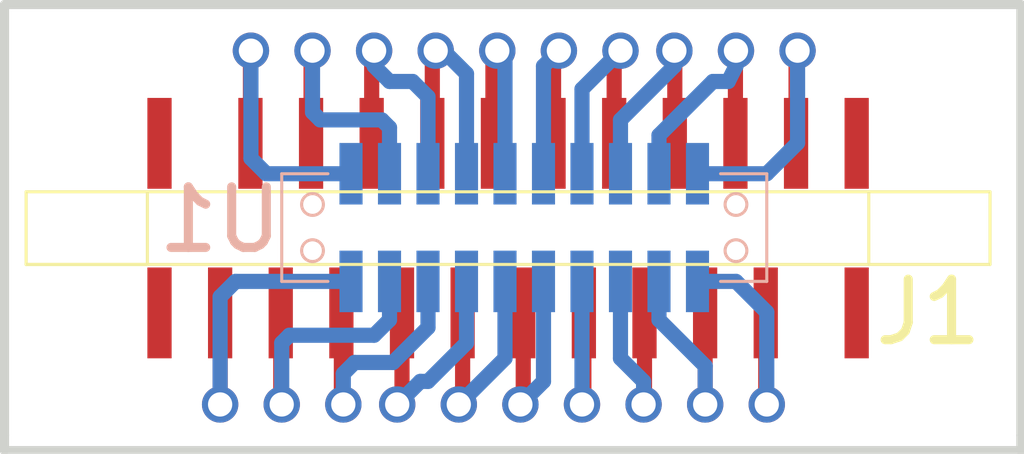
<source format=kicad_pcb>
(kicad_pcb (version 20171130) (host pcbnew "(5.1.6-0-10_14)")

  (general
    (thickness 1.6)
    (drawings 6)
    (tracks 123)
    (zones 0)
    (modules 2)
    (nets 25)
  )

  (page A4)
  (title_block
    (company "Universidade Federal de Minas Gerais")
    (comment 2 "Márcio Flávio Dutra Moraes")
    (comment 3 "Paulo Aparecido Amaral Júnior")
    (comment 4 "Flávio Afonso Gonçalves Mourão")
  )

  (layers
    (0 F.Cu signal)
    (31 B.Cu signal)
    (32 B.Adhes user)
    (33 F.Adhes user)
    (34 B.Paste user)
    (35 F.Paste user)
    (36 B.SilkS user)
    (37 F.SilkS user)
    (38 B.Mask user)
    (39 F.Mask user)
    (40 Dwgs.User user hide)
    (41 Cmts.User user)
    (42 Eco1.User user)
    (43 Eco2.User user)
    (44 Edge.Cuts user)
    (45 Margin user)
    (46 B.CrtYd user hide)
    (47 F.CrtYd user hide)
    (48 B.Fab user)
    (49 F.Fab user hide)
  )

  (setup
    (last_trace_width 0.25)
    (trace_clearance 0.2)
    (zone_clearance 0.508)
    (zone_45_only no)
    (trace_min 0.2)
    (via_size 0.6)
    (via_drill 0.4)
    (via_min_size 0.4)
    (via_min_drill 0.3)
    (uvia_size 0.3)
    (uvia_drill 0.1)
    (uvias_allowed no)
    (uvia_min_size 0.2)
    (uvia_min_drill 0.1)
    (edge_width 0.15)
    (segment_width 0.2)
    (pcb_text_width 0.3)
    (pcb_text_size 1.5 1.5)
    (mod_edge_width 0.15)
    (mod_text_size 1 1)
    (mod_text_width 0.15)
    (pad_size 1.524 1.524)
    (pad_drill 0.762)
    (pad_to_mask_clearance 0.2)
    (aux_axis_origin 0 0)
    (visible_elements 7FFFFFFF)
    (pcbplotparams
      (layerselection 0x010f0_80000001)
      (usegerberextensions false)
      (usegerberattributes true)
      (usegerberadvancedattributes true)
      (creategerberjobfile true)
      (excludeedgelayer true)
      (linewidth 0.100000)
      (plotframeref false)
      (viasonmask false)
      (mode 1)
      (useauxorigin false)
      (hpglpennumber 1)
      (hpglpenspeed 20)
      (hpglpendiameter 15.000000)
      (psnegative false)
      (psa4output false)
      (plotreference true)
      (plotvalue true)
      (plotinvisibletext false)
      (padsonsilk false)
      (subtractmaskfromsilk false)
      (outputformat 1)
      (mirror false)
      (drillshape 0)
      (scaleselection 1)
      (outputdirectory "../../Arquivos Stick - Segunda Leva/Placa 1 - Interface/PDF/"))
  )

  (net 0 "")
  (net 1 "Net-(J1-Pad42)")
  (net 2 "Net-(J1-Pad43)")
  (net 3 "Net-(J1-Pad41)")
  (net 4 /1)
  (net 5 /3)
  (net 6 /5)
  (net 7 /7)
  (net 8 /9)
  (net 9 /11)
  (net 10 /13)
  (net 11 /15)
  (net 12 /17)
  (net 13 /19)
  (net 14 /2)
  (net 15 /4)
  (net 16 /6)
  (net 17 /8)
  (net 18 /10)
  (net 19 /12)
  (net 20 /14)
  (net 21 /16)
  (net 22 /18)
  (net 23 /20)
  (net 24 "Net-(J1-Pad40)")

  (net_class Default "This is the default net class."
    (clearance 0.2)
    (trace_width 0.25)
    (via_dia 0.6)
    (via_drill 0.4)
    (uvia_dia 0.3)
    (uvia_drill 0.1)
    (add_net /1)
    (add_net /10)
    (add_net /11)
    (add_net /12)
    (add_net /13)
    (add_net /14)
    (add_net /15)
    (add_net /16)
    (add_net /17)
    (add_net /18)
    (add_net /19)
    (add_net /2)
    (add_net /20)
    (add_net /3)
    (add_net /4)
    (add_net /5)
    (add_net /6)
    (add_net /7)
    (add_net /8)
    (add_net /9)
    (add_net "Net-(J1-Pad40)")
    (add_net "Net-(J1-Pad41)")
    (add_net "Net-(J1-Pad42)")
    (add_net "Net-(J1-Pad43)")
  )

  (module NNClib:FFCfemale20 (layer F.Cu) (tedit 5B3B6AB1) (tstamp 5B2D72B6)
    (at 158.242 124.968)
    (path /5B2BEBE2)
    (fp_text reference J1 (at 11.684 -0.762) (layer F.SilkS)
      (effects (font (size 1 1) (thickness 0.15)))
    )
    (fp_text value FFCfemale20 (at -14.478 -2.286) (layer Dwgs.User)
      (effects (font (size 1 1) (thickness 0.15)))
    )
    (fp_line (start 10.7 -2.75) (end 10.7 -1.55) (layer F.SilkS) (width 0.0508))
    (fp_line (start -1.2 -2.75) (end 10.7 -2.75) (layer F.SilkS) (width 0.0508))
    (fp_line (start -1.2 -1.55) (end -1.2 -2.75) (layer F.SilkS) (width 0.0508))
    (fp_line (start 10.7 -1.55) (end -1.2 -1.55) (layer F.SilkS) (width 0.0508))
    (fp_line (start -3.2 -1.55) (end -1.2 -1.55) (layer F.SilkS) (width 0.0508))
    (fp_line (start -1.2 -1.55) (end -3.2 -1.55) (layer F.SilkS) (width 0.0508))
    (fp_line (start -3.2 -2.75) (end -3.2 -1.55) (layer F.SilkS) (width 0.0508))
    (fp_line (start -1.2 -2.75) (end -3.2 -2.75) (layer F.SilkS) (width 0.0508))
    (fp_line (start 10.7 -2.75) (end 12.7 -2.75) (layer F.SilkS) (width 0.0508))
    (fp_line (start 12.7 -1.55) (end 12.7 -2.75) (layer F.SilkS) (width 0.0508))
    (fp_line (start 10.7 -1.55) (end 12.7 -1.55) (layer F.SilkS) (width 0.0508))
    (pad 42 smd rect (at 10.5 -0.75) (size 0.4 1.5) (layers F.Cu F.Paste F.Mask)
      (net 1 "Net-(J1-Pad42)"))
    (pad 43 smd rect (at 10.5 -3.55) (size 0.4 1.5) (layers F.Cu F.Paste F.Mask)
      (net 2 "Net-(J1-Pad43)"))
    (pad 41 smd rect (at -1 -3.55) (size 0.4 1.5) (layers F.Cu F.Paste F.Mask)
      (net 3 "Net-(J1-Pad41)"))
    (pad 1 smd rect (at 0 -0.75 180) (size 0.4 1.5) (layers F.Cu F.Paste F.Mask)
      (net 4 /1))
    (pad 3 smd rect (at 1 -0.75 180) (size 0.4 1.5) (layers F.Cu F.Paste F.Mask)
      (net 5 /3))
    (pad 5 smd rect (at 2 -0.75 180) (size 0.4 1.5) (layers F.Cu F.Paste F.Mask)
      (net 6 /5))
    (pad 7 smd rect (at 3 -0.75 180) (size 0.4 1.5) (layers F.Cu F.Paste F.Mask)
      (net 7 /7))
    (pad 9 smd rect (at 4 -0.75 180) (size 0.4 1.5) (layers F.Cu F.Paste F.Mask)
      (net 8 /9))
    (pad 11 smd rect (at 5 -0.75 180) (size 0.4 1.5) (layers F.Cu F.Paste F.Mask)
      (net 9 /11))
    (pad 13 smd rect (at 6 -0.75 180) (size 0.4 1.5) (layers F.Cu F.Paste F.Mask)
      (net 10 /13))
    (pad 15 smd rect (at 7 -0.75 180) (size 0.4 1.5) (layers F.Cu F.Paste F.Mask)
      (net 11 /15))
    (pad 17 smd rect (at 8 -0.75 180) (size 0.4 1.5) (layers F.Cu F.Paste F.Mask)
      (net 12 /17))
    (pad 19 smd rect (at 9 -0.75 180) (size 0.4 1.5) (layers F.Cu F.Paste F.Mask)
      (net 13 /19))
    (pad 2 smd rect (at 0.5 -3.55 180) (size 0.4 1.5) (layers F.Cu F.Paste F.Mask)
      (net 14 /2))
    (pad 4 smd rect (at 1.5 -3.55 180) (size 0.4 1.5) (layers F.Cu F.Paste F.Mask)
      (net 15 /4))
    (pad 6 smd rect (at 2.5 -3.55 180) (size 0.4 1.5) (layers F.Cu F.Paste F.Mask)
      (net 16 /6))
    (pad 8 smd rect (at 3.5 -3.55 180) (size 0.4 1.5) (layers F.Cu F.Paste F.Mask)
      (net 17 /8))
    (pad 10 smd rect (at 4.5 -3.55 180) (size 0.4 1.5) (layers F.Cu F.Paste F.Mask)
      (net 18 /10))
    (pad 12 smd rect (at 5.5 -3.55 180) (size 0.4 1.5) (layers F.Cu F.Paste F.Mask)
      (net 19 /12))
    (pad 14 smd rect (at 6.5 -3.55 180) (size 0.4 1.5) (layers F.Cu F.Paste F.Mask)
      (net 20 /14))
    (pad 16 smd rect (at 7.5 -3.55 180) (size 0.4 1.5) (layers F.Cu F.Paste F.Mask)
      (net 21 /16))
    (pad 18 smd rect (at 8.5 -3.55 180) (size 0.4 1.5) (layers F.Cu F.Paste F.Mask)
      (net 22 /18))
    (pad 20 smd rect (at 9.5 -3.55 180) (size 0.4 1.5) (layers F.Cu F.Paste F.Mask)
      (net 23 /20))
    (pad 40 smd rect (at -1 -0.75) (size 0.4 1.5) (layers F.Cu F.Paste F.Mask)
      (net 24 "Net-(J1-Pad40)"))
  )

  (module NNClib:Omn_A79041 (layer B.Cu) (tedit 5B3B6AB0) (tstamp 5B2D72CE)
    (at 160.401 121.412)
    (path /5B2D3B91)
    (fp_text reference U1 (at -2.159 1.27) (layer B.SilkS)
      (effects (font (size 1 1) (thickness 0.15)) (justify mirror))
    )
    (fp_text value Omn_A79041-001 (at -15.875 3.556) (layer Dwgs.User)
      (effects (font (size 1 1) (thickness 0.15)))
    )
    (fp_circle (center -0.635 1.016) (end -0.508 0.889) (layer B.SilkS) (width 0.0508))
    (fp_circle (center -0.635 1.778) (end -0.508 1.651) (layer B.SilkS) (width 0.0508))
    (fp_circle (center 6.35 1.778) (end 6.477 1.651) (layer B.SilkS) (width 0.0508))
    (fp_circle (center 6.35 1.016) (end 6.477 0.889) (layer B.SilkS) (width 0.0508))
    (fp_line (start 6.858 0.508) (end 6.858 2.286) (layer B.SilkS) (width 0.0508))
    (fp_line (start -1.143 2.286) (end -1.143 0.508) (layer B.SilkS) (width 0.0508))
    (fp_line (start -1.143 0.508) (end -0.381 0.508) (layer B.SilkS) (width 0.0508))
    (fp_line (start -1.143 2.286) (end -0.381 2.286) (layer B.SilkS) (width 0.0508))
    (fp_line (start 6.858 2.286) (end 6.096 2.286) (layer B.SilkS) (width 0.0508))
    (fp_line (start 6.858 0.508) (end 6.096 0.508) (layer B.SilkS) (width 0.0508))
    (pad 20 smd rect (at 5.715 2.286 180) (size 0.381 1.016) (layers B.Cu B.Paste B.Mask)
      (net 13 /19))
    (pad 18 smd rect (at 5.08 2.286 180) (size 0.381 1.016) (layers B.Cu B.Paste B.Mask)
      (net 12 /17))
    (pad 16 smd rect (at 4.445 2.286 180) (size 0.381 1.016) (layers B.Cu B.Paste B.Mask)
      (net 11 /15))
    (pad 14 smd rect (at 3.81 2.286 180) (size 0.381 1.016) (layers B.Cu B.Paste B.Mask)
      (net 10 /13))
    (pad 12 smd rect (at 3.175 2.286 180) (size 0.381 1.016) (layers B.Cu B.Paste B.Mask)
      (net 9 /11))
    (pad 10 smd rect (at 2.54 2.286 180) (size 0.381 1.016) (layers B.Cu B.Paste B.Mask)
      (net 8 /9))
    (pad 8 smd rect (at 1.905 2.286 180) (size 0.381 1.016) (layers B.Cu B.Paste B.Mask)
      (net 7 /7))
    (pad 6 smd rect (at 1.27 2.286 180) (size 0.381 1.016) (layers B.Cu B.Paste B.Mask)
      (net 6 /5))
    (pad 4 smd rect (at 0.635 2.286 180) (size 0.381 1.016) (layers B.Cu B.Paste B.Mask)
      (net 5 /3))
    (pad 2 smd rect (at 0 2.286 180) (size 0.381 1.016) (layers B.Cu B.Paste B.Mask)
      (net 4 /1))
    (pad 1 smd rect (at 0 0.508 180) (size 0.381 1.016) (layers B.Cu B.Paste B.Mask)
      (net 14 /2))
    (pad 3 smd rect (at 0.635 0.508 180) (size 0.381 1.016) (layers B.Cu B.Paste B.Mask)
      (net 15 /4))
    (pad 5 smd rect (at 1.27 0.508 180) (size 0.381 1.016) (layers B.Cu B.Paste B.Mask)
      (net 16 /6))
    (pad 7 smd rect (at 1.905 0.508 180) (size 0.381 1.016) (layers B.Cu B.Paste B.Mask)
      (net 17 /8))
    (pad 9 smd rect (at 2.54 0.508 180) (size 0.381 1.016) (layers B.Cu B.Paste B.Mask)
      (net 18 /10))
    (pad 11 smd rect (at 3.175 0.508 180) (size 0.381 1.016) (layers B.Cu B.Paste B.Mask)
      (net 19 /12))
    (pad 13 smd rect (at 3.81 0.508 180) (size 0.381 1.016) (layers B.Cu B.Paste B.Mask)
      (net 20 /14))
    (pad 15 smd rect (at 4.445 0.508 180) (size 0.381 1.016) (layers B.Cu B.Paste B.Mask)
      (net 21 /16))
    (pad 17 smd rect (at 5.08 0.508 180) (size 0.381 1.016) (layers B.Cu B.Paste B.Mask)
      (net 22 /18))
    (pad 19 smd rect (at 5.715 0.508 180) (size 0.381 1.016) (layers B.Cu B.Paste B.Mask)
      (net 23 /20))
    (model "/Library/Application Support/kicad/packages3d/nnclib.3dshapes/Omn_A79026_001.wrl"
      (offset (xyz 5.333999919891357 1.269999980926514 2.666999959945679))
      (scale (xyz 0.39 0.39 0.39))
      (rotate (xyz 0 0 0))
    )
  )

  (gr_line (start 171.45 126.492) (end 171.45 126.238) (angle 90) (layer Edge.Cuts) (width 0.15))
  (gr_line (start 154.686 126.492) (end 171.45 126.492) (angle 90) (layer Edge.Cuts) (width 0.15))
  (gr_line (start 154.686 126.238) (end 154.686 126.492) (angle 90) (layer Edge.Cuts) (width 0.15))
  (gr_line (start 154.686 119.126) (end 154.686 126.238) (angle 90) (layer Edge.Cuts) (width 0.15))
  (gr_line (start 171.45 119.126) (end 154.686 119.126) (angle 90) (layer Edge.Cuts) (width 0.15))
  (gr_line (start 171.45 126.238) (end 171.45 119.126) (angle 90) (layer Edge.Cuts) (width 0.15))

  (segment (start 160.401 123.698) (end 158.496 123.698) (width 0.25) (layer B.Cu) (net 4))
  (segment (start 158.242 125.73) (end 158.242 124.218) (width 0.25) (layer F.Cu) (net 4) (tstamp 5B2D7A1C))
  (via (at 158.242 125.73) (size 0.6) (drill 0.4) (layers F.Cu B.Cu) (net 4))
  (segment (start 158.242 123.952) (end 158.242 125.73) (width 0.25) (layer B.Cu) (net 4) (tstamp 5B2D7A19))
  (segment (start 158.496 123.698) (end 158.242 123.952) (width 0.25) (layer B.Cu) (net 4) (tstamp 5B2D7A18))
  (segment (start 161.036 123.698) (end 161.036 124.333) (width 0.25) (layer B.Cu) (net 5))
  (segment (start 159.242 125.714) (end 159.242 124.218) (width 0.25) (layer F.Cu) (net 5) (tstamp 5B2D7A27))
  (segment (start 159.258 125.73) (end 159.242 125.714) (width 0.25) (layer F.Cu) (net 5) (tstamp 5B2D7A26))
  (via (at 159.258 125.73) (size 0.6) (drill 0.4) (layers F.Cu B.Cu) (net 5))
  (segment (start 159.258 124.714) (end 159.258 125.73) (width 0.25) (layer B.Cu) (net 5) (tstamp 5B2D7A23))
  (segment (start 159.385 124.587) (end 159.258 124.714) (width 0.25) (layer B.Cu) (net 5) (tstamp 5B2D7A22))
  (segment (start 160.782 124.587) (end 159.385 124.587) (width 0.25) (layer B.Cu) (net 5) (tstamp 5B2D7A21))
  (segment (start 161.036 124.333) (end 160.782 124.587) (width 0.25) (layer B.Cu) (net 5) (tstamp 5B2D7A20))
  (segment (start 161.671 123.698) (end 161.671 124.46) (width 0.25) (layer B.Cu) (net 6))
  (segment (start 160.242 125.698) (end 160.242 124.218) (width 0.25) (layer F.Cu) (net 6) (tstamp 5B2D7A36))
  (segment (start 160.274 125.73) (end 160.242 125.698) (width 0.25) (layer F.Cu) (net 6) (tstamp 5B2D7A35))
  (via (at 160.274 125.73) (size 0.6) (drill 0.4) (layers F.Cu B.Cu) (net 6))
  (segment (start 160.274 125.222) (end 160.274 125.73) (width 0.25) (layer B.Cu) (net 6) (tstamp 5B2D7A32))
  (segment (start 160.458998 125.037002) (end 160.274 125.222) (width 0.25) (layer B.Cu) (net 6) (tstamp 5B2D7A31))
  (segment (start 161.093998 125.037002) (end 160.458998 125.037002) (width 0.25) (layer B.Cu) (net 6) (tstamp 5B2D7A30))
  (segment (start 161.671 124.46) (end 161.093998 125.037002) (width 0.25) (layer B.Cu) (net 6) (tstamp 5B2D7A2F))
  (segment (start 162.306 123.698) (end 162.306 124.714) (width 0.25) (layer B.Cu) (net 7))
  (segment (start 161.242 125.651) (end 161.242 124.218) (width 0.25) (layer F.Cu) (net 7) (tstamp 5B2D7A3F))
  (segment (start 161.163 125.73) (end 161.242 125.651) (width 0.25) (layer F.Cu) (net 7) (tstamp 5B2D7A3E))
  (via (at 161.163 125.73) (size 0.6) (drill 0.4) (layers F.Cu B.Cu) (net 7))
  (segment (start 161.544 125.349) (end 161.163 125.73) (width 0.25) (layer B.Cu) (net 7) (tstamp 5B2D7A3B))
  (segment (start 161.671 125.349) (end 161.544 125.349) (width 0.25) (layer B.Cu) (net 7) (tstamp 5B2D7A3A))
  (segment (start 162.306 124.714) (end 161.671 125.349) (width 0.25) (layer B.Cu) (net 7) (tstamp 5B2D7A39))
  (segment (start 162.941 123.698) (end 162.941 124.968) (width 0.25) (layer B.Cu) (net 8))
  (segment (start 162.242 125.667) (end 162.242 124.218) (width 0.25) (layer F.Cu) (net 8) (tstamp 5B2D7A46))
  (segment (start 162.179 125.73) (end 162.242 125.667) (width 0.25) (layer F.Cu) (net 8) (tstamp 5B2D7A45))
  (via (at 162.179 125.73) (size 0.6) (drill 0.4) (layers F.Cu B.Cu) (net 8))
  (segment (start 162.941 124.968) (end 162.179 125.73) (width 0.25) (layer B.Cu) (net 8) (tstamp 5B2D7A42))
  (segment (start 163.576 123.698) (end 163.576 125.349) (width 0.25) (layer B.Cu) (net 9))
  (segment (start 163.242 125.683) (end 163.242 124.218) (width 0.25) (layer F.Cu) (net 9) (tstamp 5B2D7A4D))
  (segment (start 163.195 125.73) (end 163.242 125.683) (width 0.25) (layer F.Cu) (net 9) (tstamp 5B2D7A4C))
  (via (at 163.195 125.73) (size 0.6) (drill 0.4) (layers F.Cu B.Cu) (net 9))
  (segment (start 163.576 125.349) (end 163.195 125.73) (width 0.25) (layer B.Cu) (net 9) (tstamp 5B2D7A49))
  (segment (start 164.211 123.698) (end 164.211 125.73) (width 0.25) (layer B.Cu) (net 10))
  (segment (start 164.242 125.699) (end 164.242 124.218) (width 0.25) (layer F.Cu) (net 10) (tstamp 5B2D7A53))
  (segment (start 164.211 125.73) (end 164.242 125.699) (width 0.25) (layer F.Cu) (net 10) (tstamp 5B2D7A52))
  (via (at 164.211 125.73) (size 0.6) (drill 0.4) (layers F.Cu B.Cu) (net 10))
  (segment (start 164.846 123.698) (end 164.846 124.968) (width 0.25) (layer B.Cu) (net 11))
  (segment (start 165.242 125.715) (end 165.242 124.218) (width 0.25) (layer F.Cu) (net 11) (tstamp 5B2D7A5B))
  (segment (start 165.227 125.73) (end 165.242 125.715) (width 0.25) (layer F.Cu) (net 11) (tstamp 5B2D7A5A))
  (via (at 165.227 125.73) (size 0.6) (drill 0.4) (layers F.Cu B.Cu) (net 11))
  (segment (start 165.227 125.349) (end 165.227 125.73) (width 0.25) (layer B.Cu) (net 11) (tstamp 5B2D7A57))
  (segment (start 164.846 124.968) (end 165.227 125.349) (width 0.25) (layer B.Cu) (net 11) (tstamp 5B2D7A56))
  (segment (start 165.481 123.698) (end 165.481 124.333) (width 0.25) (layer B.Cu) (net 12))
  (segment (start 166.242 125.729) (end 166.242 124.218) (width 0.25) (layer F.Cu) (net 12) (tstamp 5B2D7A63))
  (segment (start 166.243 125.73) (end 166.242 125.729) (width 0.25) (layer F.Cu) (net 12) (tstamp 5B2D7A62))
  (via (at 166.243 125.73) (size 0.6) (drill 0.4) (layers F.Cu B.Cu) (net 12))
  (segment (start 166.243 125.095) (end 166.243 125.73) (width 0.25) (layer B.Cu) (net 12) (tstamp 5B2D7A5F))
  (segment (start 165.481 124.333) (end 166.243 125.095) (width 0.25) (layer B.Cu) (net 12) (tstamp 5B2D7A5E))
  (segment (start 166.116 123.698) (end 166.751 123.698) (width 0.25) (layer B.Cu) (net 13))
  (segment (start 167.242 125.713) (end 167.242 124.218) (width 0.25) (layer F.Cu) (net 13) (tstamp 5B2D7A6B))
  (segment (start 167.259 125.73) (end 167.242 125.713) (width 0.25) (layer F.Cu) (net 13) (tstamp 5B2D7A6A))
  (via (at 167.259 125.73) (size 0.6) (drill 0.4) (layers F.Cu B.Cu) (net 13))
  (segment (start 167.259 124.206) (end 167.259 125.73) (width 0.25) (layer B.Cu) (net 13) (tstamp 5B2D7A67))
  (segment (start 166.751 123.698) (end 167.259 124.206) (width 0.25) (layer B.Cu) (net 13) (tstamp 5B2D7A66))
  (segment (start 160.401 121.92) (end 159.004 121.92) (width 0.25) (layer B.Cu) (net 14))
  (segment (start 158.742 119.896) (end 158.742 121.418) (width 0.25) (layer F.Cu) (net 14) (tstamp 5B2D79A8))
  (segment (start 158.75 119.888) (end 158.742 119.896) (width 0.25) (layer F.Cu) (net 14) (tstamp 5B2D79A7))
  (via (at 158.75 119.888) (size 0.6) (drill 0.4) (layers F.Cu B.Cu) (net 14))
  (segment (start 158.75 121.666) (end 158.75 119.888) (width 0.25) (layer B.Cu) (net 14) (tstamp 5B2D79A4))
  (segment (start 159.004 121.92) (end 158.75 121.666) (width 0.25) (layer B.Cu) (net 14) (tstamp 5B2D79A3))
  (segment (start 161.036 121.92) (end 161.036 121.158) (width 0.25) (layer B.Cu) (net 15))
  (segment (start 159.742 119.912) (end 159.742 121.418) (width 0.25) (layer F.Cu) (net 15) (tstamp 5B2D79B3))
  (segment (start 159.766 119.888) (end 159.742 119.912) (width 0.25) (layer F.Cu) (net 15) (tstamp 5B2D79B2))
  (via (at 159.766 119.888) (size 0.6) (drill 0.4) (layers F.Cu B.Cu) (net 15))
  (segment (start 159.766 120.904) (end 159.766 119.888) (width 0.25) (layer B.Cu) (net 15) (tstamp 5B2D79AF))
  (segment (start 159.893 121.031) (end 159.766 120.904) (width 0.25) (layer B.Cu) (net 15) (tstamp 5B2D79AE))
  (segment (start 160.909 121.031) (end 159.893 121.031) (width 0.25) (layer B.Cu) (net 15) (tstamp 5B2D79AD))
  (segment (start 161.036 121.158) (end 160.909 121.031) (width 0.25) (layer B.Cu) (net 15) (tstamp 5B2D79AC))
  (segment (start 161.671 121.92) (end 161.671 120.65) (width 0.25) (layer B.Cu) (net 16))
  (segment (start 160.742 119.928) (end 160.742 121.418) (width 0.25) (layer F.Cu) (net 16) (tstamp 5B2D79C2))
  (segment (start 160.782 119.888) (end 160.742 119.928) (width 0.25) (layer F.Cu) (net 16) (tstamp 5B2D79C1))
  (via (at 160.782 119.888) (size 0.6) (drill 0.4) (layers F.Cu B.Cu) (net 16))
  (segment (start 160.782 120.142) (end 160.782 119.888) (width 0.25) (layer B.Cu) (net 16) (tstamp 5B2D79BE))
  (segment (start 161.036 120.396) (end 160.782 120.142) (width 0.25) (layer B.Cu) (net 16) (tstamp 5B2D79BD))
  (segment (start 161.417 120.396) (end 161.036 120.396) (width 0.25) (layer B.Cu) (net 16) (tstamp 5B2D79BC))
  (segment (start 161.671 120.65) (end 161.417 120.396) (width 0.25) (layer B.Cu) (net 16) (tstamp 5B2D79BB))
  (segment (start 162.306 121.92) (end 162.306 120.269) (width 0.25) (layer B.Cu) (net 17))
  (segment (start 161.742 119.944) (end 161.742 121.418) (width 0.25) (layer F.Cu) (net 17) (tstamp 5B2D79CA))
  (segment (start 161.798 119.888) (end 161.742 119.944) (width 0.25) (layer F.Cu) (net 17) (tstamp 5B2D79C9))
  (via (at 161.798 119.888) (size 0.6) (drill 0.4) (layers F.Cu B.Cu) (net 17))
  (segment (start 161.925 119.888) (end 161.798 119.888) (width 0.25) (layer B.Cu) (net 17) (tstamp 5B2D79C6))
  (segment (start 162.306 120.269) (end 161.925 119.888) (width 0.25) (layer B.Cu) (net 17) (tstamp 5B2D79C5))
  (segment (start 162.941 121.92) (end 162.941 120.015) (width 0.25) (layer B.Cu) (net 18))
  (segment (start 162.742 119.96) (end 162.742 121.418) (width 0.25) (layer F.Cu) (net 18) (tstamp 5B2D79DB))
  (segment (start 162.814 119.888) (end 162.742 119.96) (width 0.25) (layer F.Cu) (net 18) (tstamp 5B2D79DA))
  (via (at 162.814 119.888) (size 0.6) (drill 0.4) (layers F.Cu B.Cu) (net 18))
  (segment (start 162.941 120.015) (end 162.814 119.888) (width 0.25) (layer B.Cu) (net 18) (tstamp 5B2D79D7))
  (segment (start 163.576 121.92) (end 163.576 120.142) (width 0.25) (layer B.Cu) (net 19))
  (segment (start 163.742 119.976) (end 163.742 121.418) (width 0.25) (layer F.Cu) (net 19) (tstamp 5B2D79E2))
  (segment (start 163.83 119.888) (end 163.742 119.976) (width 0.25) (layer F.Cu) (net 19) (tstamp 5B2D79E1))
  (via (at 163.83 119.888) (size 0.6) (drill 0.4) (layers F.Cu B.Cu) (net 19))
  (segment (start 163.576 120.142) (end 163.83 119.888) (width 0.25) (layer B.Cu) (net 19) (tstamp 5B2D79DE))
  (segment (start 164.211 121.92) (end 164.211 120.523) (width 0.25) (layer B.Cu) (net 20))
  (segment (start 164.742 119.992) (end 164.742 121.418) (width 0.25) (layer F.Cu) (net 20) (tstamp 5B2D79E9))
  (segment (start 164.846 119.888) (end 164.742 119.992) (width 0.25) (layer F.Cu) (net 20) (tstamp 5B2D79E8))
  (via (at 164.846 119.888) (size 0.6) (drill 0.4) (layers F.Cu B.Cu) (net 20))
  (segment (start 164.211 120.523) (end 164.846 119.888) (width 0.25) (layer B.Cu) (net 20) (tstamp 5B2D79E5))
  (segment (start 164.846 121.92) (end 164.846 121.031) (width 0.25) (layer B.Cu) (net 21))
  (segment (start 165.742 119.895) (end 165.742 121.418) (width 0.25) (layer F.Cu) (net 21) (tstamp 5B2D79F1))
  (segment (start 165.735 119.888) (end 165.742 119.895) (width 0.25) (layer F.Cu) (net 21) (tstamp 5B2D79F0))
  (via (at 165.735 119.888) (size 0.6) (drill 0.4) (layers F.Cu B.Cu) (net 21))
  (segment (start 165.735 120.142) (end 165.735 119.888) (width 0.25) (layer B.Cu) (net 21) (tstamp 5B2D79ED))
  (segment (start 164.846 121.031) (end 165.735 120.142) (width 0.25) (layer B.Cu) (net 21) (tstamp 5B2D79EC))
  (segment (start 165.481 121.92) (end 165.481 121.285) (width 0.25) (layer B.Cu) (net 22))
  (segment (start 166.742 119.897) (end 166.742 121.418) (width 0.25) (layer F.Cu) (net 22) (tstamp 5B2D79FB))
  (segment (start 166.751 119.888) (end 166.742 119.897) (width 0.25) (layer F.Cu) (net 22) (tstamp 5B2D79FA))
  (via (at 166.751 119.888) (size 0.6) (drill 0.4) (layers F.Cu B.Cu) (net 22))
  (segment (start 166.751 120.142) (end 166.751 119.888) (width 0.25) (layer B.Cu) (net 22) (tstamp 5B2D79F7))
  (segment (start 166.624 120.396) (end 166.751 120.142) (width 0.25) (layer B.Cu) (net 22) (tstamp 5B2D79F6))
  (segment (start 166.37 120.396) (end 166.624 120.396) (width 0.25) (layer B.Cu) (net 22) (tstamp 5B2D79F5))
  (segment (start 165.481 121.285) (end 166.37 120.396) (width 0.25) (layer B.Cu) (net 22) (tstamp 5B2D79F4))
  (segment (start 166.116 121.92) (end 167.259 121.92) (width 0.25) (layer B.Cu) (net 23))
  (segment (start 167.742 119.913) (end 167.742 121.418) (width 0.25) (layer F.Cu) (net 23) (tstamp 5B2D7A05))
  (segment (start 167.767 119.888) (end 167.742 119.913) (width 0.25) (layer F.Cu) (net 23) (tstamp 5B2D7A04))
  (via (at 167.767 119.888) (size 0.6) (drill 0.4) (layers F.Cu B.Cu) (net 23))
  (segment (start 167.767 121.412) (end 167.767 119.888) (width 0.25) (layer B.Cu) (net 23) (tstamp 5B2D7A01))
  (segment (start 167.259 121.92) (end 167.767 121.412) (width 0.25) (layer B.Cu) (net 23) (tstamp 5B2D7A00))

)

</source>
